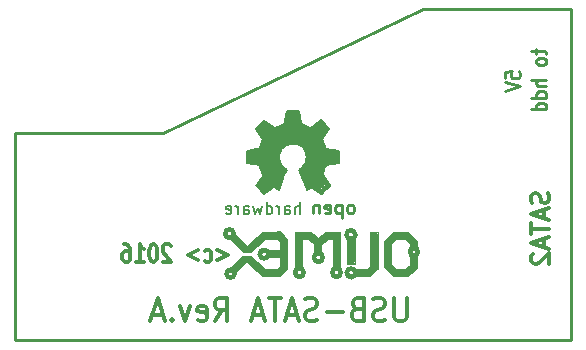
<source format=gbr>
G04 #@! TF.FileFunction,Legend,Bot*
%FSLAX46Y46*%
G04 Gerber Fmt 4.6, Leading zero omitted, Abs format (unit mm)*
G04 Created by KiCad (PCBNEW no-vcs-found-undefined) date Thu Oct 27 09:39:44 2016*
%MOMM*%
%LPD*%
G01*
G04 APERTURE LIST*
%ADD10C,0.600000*%
%ADD11C,0.300000*%
%ADD12C,0.275000*%
%ADD13C,0.254000*%
%ADD14C,0.400000*%
%ADD15C,0.700000*%
%ADD16C,0.500000*%
%ADD17C,0.100000*%
%ADD18C,0.420000*%
%ADD19C,0.370000*%
%ADD20C,0.380000*%
%ADD21C,0.150000*%
%ADD22C,1.000000*%
%ADD23C,0.180000*%
G04 APERTURE END LIST*
D10*
D11*
X147607142Y-50050000D02*
X147678571Y-50264285D01*
X147678571Y-50621428D01*
X147607142Y-50764285D01*
X147535714Y-50835714D01*
X147392857Y-50907142D01*
X147250000Y-50907142D01*
X147107142Y-50835714D01*
X147035714Y-50764285D01*
X146964285Y-50621428D01*
X146892857Y-50335714D01*
X146821428Y-50192857D01*
X146750000Y-50121428D01*
X146607142Y-50050000D01*
X146464285Y-50050000D01*
X146321428Y-50121428D01*
X146250000Y-50192857D01*
X146178571Y-50335714D01*
X146178571Y-50692857D01*
X146250000Y-50907142D01*
X147250000Y-51478571D02*
X147250000Y-52192857D01*
X147678571Y-51335714D02*
X146178571Y-51835714D01*
X147678571Y-52335714D01*
X146178571Y-52621428D02*
X146178571Y-53478571D01*
X147678571Y-53050000D02*
X146178571Y-53050000D01*
X147250000Y-53907142D02*
X147250000Y-54621428D01*
X147678571Y-53764285D02*
X146178571Y-54264285D01*
X147678571Y-54764285D01*
X146321428Y-55192857D02*
X146250000Y-55264285D01*
X146178571Y-55407142D01*
X146178571Y-55764285D01*
X146250000Y-55907142D01*
X146321428Y-55978571D01*
X146464285Y-56050000D01*
X146607142Y-56050000D01*
X146821428Y-55978571D01*
X147678571Y-55121428D01*
X147678571Y-56050000D01*
D12*
X143925595Y-40290476D02*
X143925595Y-39766666D01*
X144544642Y-39714285D01*
X144482738Y-39766666D01*
X144420833Y-39871428D01*
X144420833Y-40133333D01*
X144482738Y-40238095D01*
X144544642Y-40290476D01*
X144668452Y-40342857D01*
X144977976Y-40342857D01*
X145101785Y-40290476D01*
X145163690Y-40238095D01*
X145225595Y-40133333D01*
X145225595Y-39871428D01*
X145163690Y-39766666D01*
X145101785Y-39714285D01*
X143925595Y-40657142D02*
X145225595Y-41023809D01*
X143925595Y-41390476D01*
X146583928Y-37880952D02*
X146583928Y-38300000D01*
X146150595Y-38038095D02*
X147264880Y-38038095D01*
X147388690Y-38090476D01*
X147450595Y-38195238D01*
X147450595Y-38300000D01*
X147450595Y-38823809D02*
X147388690Y-38719047D01*
X147326785Y-38666666D01*
X147202976Y-38614285D01*
X146831547Y-38614285D01*
X146707738Y-38666666D01*
X146645833Y-38719047D01*
X146583928Y-38823809D01*
X146583928Y-38980952D01*
X146645833Y-39085714D01*
X146707738Y-39138095D01*
X146831547Y-39190476D01*
X147202976Y-39190476D01*
X147326785Y-39138095D01*
X147388690Y-39085714D01*
X147450595Y-38980952D01*
X147450595Y-38823809D01*
X147450595Y-40500000D02*
X146150595Y-40500000D01*
X147450595Y-40971428D02*
X146769642Y-40971428D01*
X146645833Y-40919047D01*
X146583928Y-40814285D01*
X146583928Y-40657142D01*
X146645833Y-40552380D01*
X146707738Y-40500000D01*
X147450595Y-41966666D02*
X146150595Y-41966666D01*
X147388690Y-41966666D02*
X147450595Y-41861904D01*
X147450595Y-41652380D01*
X147388690Y-41547619D01*
X147326785Y-41495238D01*
X147202976Y-41442857D01*
X146831547Y-41442857D01*
X146707738Y-41495238D01*
X146645833Y-41547619D01*
X146583928Y-41652380D01*
X146583928Y-41861904D01*
X146645833Y-41966666D01*
X147450595Y-42961904D02*
X146150595Y-42961904D01*
X147388690Y-42961904D02*
X147450595Y-42857142D01*
X147450595Y-42647619D01*
X147388690Y-42542857D01*
X147326785Y-42490476D01*
X147202976Y-42438095D01*
X146831547Y-42438095D01*
X146707738Y-42490476D01*
X146645833Y-42542857D01*
X146583928Y-42647619D01*
X146583928Y-42857142D01*
X146645833Y-42961904D01*
D11*
X135614285Y-58904761D02*
X135614285Y-60523809D01*
X135528571Y-60714285D01*
X135442857Y-60809523D01*
X135271428Y-60904761D01*
X134928571Y-60904761D01*
X134757142Y-60809523D01*
X134671428Y-60714285D01*
X134585714Y-60523809D01*
X134585714Y-58904761D01*
X133814285Y-60809523D02*
X133557142Y-60904761D01*
X133128571Y-60904761D01*
X132957142Y-60809523D01*
X132871428Y-60714285D01*
X132785714Y-60523809D01*
X132785714Y-60333333D01*
X132871428Y-60142857D01*
X132957142Y-60047619D01*
X133128571Y-59952380D01*
X133471428Y-59857142D01*
X133642857Y-59761904D01*
X133728571Y-59666666D01*
X133814285Y-59476190D01*
X133814285Y-59285714D01*
X133728571Y-59095238D01*
X133642857Y-59000000D01*
X133471428Y-58904761D01*
X133042857Y-58904761D01*
X132785714Y-59000000D01*
X131414285Y-59857142D02*
X131157142Y-59952380D01*
X131071428Y-60047619D01*
X130985714Y-60238095D01*
X130985714Y-60523809D01*
X131071428Y-60714285D01*
X131157142Y-60809523D01*
X131328571Y-60904761D01*
X132014285Y-60904761D01*
X132014285Y-58904761D01*
X131414285Y-58904761D01*
X131242857Y-59000000D01*
X131157142Y-59095238D01*
X131071428Y-59285714D01*
X131071428Y-59476190D01*
X131157142Y-59666666D01*
X131242857Y-59761904D01*
X131414285Y-59857142D01*
X132014285Y-59857142D01*
X130214285Y-60142857D02*
X128842857Y-60142857D01*
X128071428Y-60809523D02*
X127814285Y-60904761D01*
X127385714Y-60904761D01*
X127214285Y-60809523D01*
X127128571Y-60714285D01*
X127042857Y-60523809D01*
X127042857Y-60333333D01*
X127128571Y-60142857D01*
X127214285Y-60047619D01*
X127385714Y-59952380D01*
X127728571Y-59857142D01*
X127900000Y-59761904D01*
X127985714Y-59666666D01*
X128071428Y-59476190D01*
X128071428Y-59285714D01*
X127985714Y-59095238D01*
X127900000Y-59000000D01*
X127728571Y-58904761D01*
X127300000Y-58904761D01*
X127042857Y-59000000D01*
X126357142Y-60333333D02*
X125500000Y-60333333D01*
X126528571Y-60904761D02*
X125928571Y-58904761D01*
X125328571Y-60904761D01*
X124985714Y-58904761D02*
X123957142Y-58904761D01*
X124471428Y-60904761D02*
X124471428Y-58904761D01*
X123442857Y-60333333D02*
X122585714Y-60333333D01*
X123614285Y-60904761D02*
X123014285Y-58904761D01*
X122414285Y-60904761D01*
X119414285Y-60904761D02*
X120014285Y-59952380D01*
X120442857Y-60904761D02*
X120442857Y-58904761D01*
X119757142Y-58904761D01*
X119585714Y-59000000D01*
X119500000Y-59095238D01*
X119414285Y-59285714D01*
X119414285Y-59571428D01*
X119500000Y-59761904D01*
X119585714Y-59857142D01*
X119757142Y-59952380D01*
X120442857Y-59952380D01*
X117957142Y-60809523D02*
X118128571Y-60904761D01*
X118471428Y-60904761D01*
X118642857Y-60809523D01*
X118728571Y-60619047D01*
X118728571Y-59857142D01*
X118642857Y-59666666D01*
X118471428Y-59571428D01*
X118128571Y-59571428D01*
X117957142Y-59666666D01*
X117871428Y-59857142D01*
X117871428Y-60047619D01*
X118728571Y-60238095D01*
X117271428Y-59571428D02*
X116842857Y-60904761D01*
X116414285Y-59571428D01*
X115728571Y-60714285D02*
X115642857Y-60809523D01*
X115728571Y-60904761D01*
X115814285Y-60809523D01*
X115728571Y-60714285D01*
X115728571Y-60904761D01*
X114957142Y-60333333D02*
X114100000Y-60333333D01*
X115128571Y-60904761D02*
X114528571Y-58904761D01*
X113928571Y-60904761D01*
X119592857Y-54878571D02*
X120507142Y-55307142D01*
X119592857Y-55735714D01*
X118507142Y-55807142D02*
X118621428Y-55878571D01*
X118850000Y-55878571D01*
X118964285Y-55807142D01*
X119021428Y-55735714D01*
X119078571Y-55592857D01*
X119078571Y-55164285D01*
X119021428Y-55021428D01*
X118964285Y-54950000D01*
X118850000Y-54878571D01*
X118621428Y-54878571D01*
X118507142Y-54950000D01*
X117992857Y-54878571D02*
X117078571Y-55307142D01*
X117992857Y-55735714D01*
X115650000Y-54521428D02*
X115592857Y-54450000D01*
X115478571Y-54378571D01*
X115192857Y-54378571D01*
X115078571Y-54450000D01*
X115021428Y-54521428D01*
X114964285Y-54664285D01*
X114964285Y-54807142D01*
X115021428Y-55021428D01*
X115707142Y-55878571D01*
X114964285Y-55878571D01*
X114221428Y-54378571D02*
X114107142Y-54378571D01*
X113992857Y-54450000D01*
X113935714Y-54521428D01*
X113878571Y-54664285D01*
X113821428Y-54950000D01*
X113821428Y-55307142D01*
X113878571Y-55592857D01*
X113935714Y-55735714D01*
X113992857Y-55807142D01*
X114107142Y-55878571D01*
X114221428Y-55878571D01*
X114335714Y-55807142D01*
X114392857Y-55735714D01*
X114450000Y-55592857D01*
X114507142Y-55307142D01*
X114507142Y-54950000D01*
X114450000Y-54664285D01*
X114392857Y-54521428D01*
X114335714Y-54450000D01*
X114221428Y-54378571D01*
X112678571Y-55878571D02*
X113364285Y-55878571D01*
X113021428Y-55878571D02*
X113021428Y-54378571D01*
X113135714Y-54592857D01*
X113250000Y-54735714D01*
X113364285Y-54807142D01*
X111650000Y-54378571D02*
X111878571Y-54378571D01*
X111992857Y-54450000D01*
X112050000Y-54521428D01*
X112164285Y-54735714D01*
X112221428Y-55021428D01*
X112221428Y-55592857D01*
X112164285Y-55735714D01*
X112107142Y-55807142D01*
X111992857Y-55878571D01*
X111764285Y-55878571D01*
X111650000Y-55807142D01*
X111592857Y-55735714D01*
X111535714Y-55592857D01*
X111535714Y-55235714D01*
X111592857Y-55092857D01*
X111650000Y-55021428D01*
X111764285Y-54950000D01*
X111992857Y-54950000D01*
X112107142Y-55021428D01*
X112164285Y-55092857D01*
X112221428Y-55235714D01*
D13*
X137000000Y-34500000D02*
X149500000Y-34500000D01*
X115000000Y-45000000D02*
X137000000Y-34500000D01*
X102500000Y-45000000D02*
X115000000Y-45000000D01*
X102500000Y-62500000D02*
X102500000Y-45000000D01*
X149500000Y-62500000D02*
X149500000Y-34500000D01*
X102500000Y-62500000D02*
X149500000Y-62500000D01*
D14*
X136575747Y-55023000D02*
G75*
G03X136575747Y-55023000I-337447J0D01*
G01*
D15*
X136251000Y-54248300D02*
X135743000Y-53740300D01*
X134650800Y-53664100D02*
X134015800Y-54273700D01*
X134041200Y-56229500D02*
X134600000Y-56813700D01*
X132415600Y-56826400D02*
X132872800Y-56369200D01*
X131429800Y-56826400D02*
X132415600Y-56826400D01*
D14*
X131283324Y-56801000D02*
G75*
G03X131283324Y-56801000I-366324J0D01*
G01*
D15*
X130917000Y-54108600D02*
X130917000Y-55708800D01*
D14*
X131277818Y-53575200D02*
G75*
G03X131277818Y-53575200I-373518J0D01*
G01*
X130044759Y-56775600D02*
G75*
G03X130044759Y-56775600I-359659J0D01*
G01*
D15*
X129697800Y-56267600D02*
X129697800Y-53676800D01*
X129697800Y-53676800D02*
X128859600Y-53676800D01*
X128859600Y-53676800D02*
X128250000Y-54184800D01*
X128148400Y-54972200D02*
X128148400Y-54261000D01*
X128072200Y-54184800D02*
X127437200Y-53676800D01*
D14*
X128519318Y-55505600D02*
G75*
G03X128519318Y-55505600I-370918J0D01*
G01*
D15*
X127437200Y-53676800D02*
X126548200Y-53676800D01*
D14*
X126898729Y-56788300D02*
G75*
G03X126898729Y-56788300I-363229J0D01*
G01*
X121035666Y-56877200D02*
G75*
G03X121035666Y-56877200I-329466J0D01*
G01*
D15*
X121036400Y-56521600D02*
X121874600Y-55708800D01*
D16*
X122382600Y-55607200D02*
X121849200Y-55607200D01*
D15*
X123525600Y-56826400D02*
X122382600Y-55708800D01*
X124846400Y-56826400D02*
X123525600Y-56826400D01*
X125278200Y-56394600D02*
X124846400Y-56826400D01*
X125278200Y-54159400D02*
X125278200Y-56394600D01*
X125278200Y-54134000D02*
X124795600Y-53626000D01*
X124747500Y-53651400D02*
X123525600Y-53651400D01*
X123525600Y-53651400D02*
X122433400Y-54718200D01*
D16*
X122408000Y-54832500D02*
X121849200Y-54832500D01*
D15*
X120985600Y-53841900D02*
X121849200Y-54735600D01*
D14*
X120976735Y-53486300D02*
G75*
G03X120976735Y-53486300I-359435J0D01*
G01*
D15*
X124059000Y-55226200D02*
X125278200Y-55226200D01*
D14*
X123910659Y-55226200D02*
G75*
G03X123910659Y-55226200I-359659J0D01*
G01*
D15*
X135679500Y-56839100D02*
X134638100Y-56839100D01*
X136238300Y-56280300D02*
X136238300Y-55518300D01*
X136251000Y-56267600D02*
X135666800Y-56839100D01*
X136251000Y-54299100D02*
X136251000Y-54540400D01*
X134028500Y-54261000D02*
X134028500Y-56191400D01*
X134650800Y-53651400D02*
X135654100Y-53651400D01*
X126535500Y-53664100D02*
X126535500Y-56267600D01*
X132872800Y-56381900D02*
X132872800Y-53651400D01*
D17*
X132872800Y-53308500D02*
X133152200Y-53308500D01*
X133177600Y-53308500D02*
X133177600Y-56458100D01*
X133164900Y-53308500D02*
X133177600Y-53308500D01*
X133152200Y-53308500D02*
X133164900Y-53308500D01*
X133037900Y-53397400D02*
X133101400Y-53384700D01*
X132555300Y-53308500D02*
X132555300Y-56343800D01*
X132860100Y-53308500D02*
X132555300Y-53308500D01*
X132733100Y-53384700D02*
X132618800Y-53384700D01*
X131234500Y-53994300D02*
X131234500Y-56013600D01*
X130599500Y-56013600D02*
X130599500Y-53994300D01*
X130624900Y-56013600D02*
X130599500Y-56013600D01*
X131234500Y-56013600D02*
X130624900Y-56013600D01*
X131094800Y-55950100D02*
X131158300Y-55950100D01*
X130751900Y-55950100D02*
X130663000Y-55950100D01*
X130015300Y-56356500D02*
X130015300Y-53372000D01*
X128770700Y-53359300D02*
X128186500Y-53841900D01*
X130015300Y-53359300D02*
X128770700Y-53359300D01*
X129862900Y-53422800D02*
X129939100Y-53422800D01*
X126205300Y-56381900D02*
X126205300Y-53372000D01*
X127526100Y-53359300D02*
X128148400Y-53854600D01*
X127500700Y-53359300D02*
X127526100Y-53359300D01*
X126205300Y-53359300D02*
X127500700Y-53359300D01*
X126205300Y-53372000D02*
X126205300Y-53359300D01*
X126357700Y-53435500D02*
X126256100Y-53435500D01*
X123411300Y-53321200D02*
X122154000Y-54565800D01*
X123462100Y-53321200D02*
X123411300Y-53321200D01*
X124833700Y-53321200D02*
X123462100Y-53321200D01*
D18*
X127226820Y-49561260D02*
X126675640Y-48138860D01*
D19*
X127572260Y-49375840D02*
X127254760Y-49581580D01*
D14*
X128362200Y-49924480D02*
X127582420Y-49393620D01*
D20*
X128938780Y-49386000D02*
X128374900Y-49924480D01*
D19*
X128923540Y-49386000D02*
X128390140Y-48552880D01*
X128748280Y-47625780D02*
X128390140Y-48509700D01*
X129726180Y-47384480D02*
X128776220Y-47602920D01*
D20*
X129716020Y-46607240D02*
X129721100Y-47394640D01*
D19*
X129728720Y-46594540D02*
X128710180Y-46414200D01*
X128679700Y-46378640D02*
X128331720Y-45512500D01*
X128908300Y-44610800D02*
X128352040Y-45461700D01*
D20*
X128918460Y-44587940D02*
X128418080Y-44054540D01*
D19*
X128369820Y-44029140D02*
X127541780Y-44681920D01*
X127480820Y-44671760D02*
X126635000Y-44265360D01*
X126375920Y-43231580D02*
X126581660Y-44245040D01*
X126383540Y-43218880D02*
X125598680Y-43218880D01*
X125616460Y-43239200D02*
X125403100Y-44257740D01*
X125403100Y-44257740D02*
X124501400Y-44707320D01*
X124488700Y-44702240D02*
X123584460Y-44067800D01*
X123584460Y-44069780D02*
X123030740Y-44615880D01*
X123030740Y-44618420D02*
X123647960Y-45408360D01*
X123647960Y-45408360D02*
X123307600Y-46345620D01*
X123307600Y-46345620D02*
X122225560Y-46574220D01*
X122225560Y-46574220D02*
X122225560Y-47409880D01*
X122225560Y-47409880D02*
X123239020Y-47580060D01*
X123239020Y-47580060D02*
X123645420Y-48491920D01*
X123594620Y-49939720D02*
X124430280Y-49373300D01*
X124430280Y-49373300D02*
X124768100Y-49558720D01*
X124768100Y-49558720D02*
X125342140Y-48118540D01*
X125331980Y-48116000D02*
G75*
G02X124961140Y-46251640I746760J1117600D01*
G01*
X124950980Y-46266880D02*
G75*
G02X126876300Y-46068760I1061720J-863600D01*
G01*
X126901700Y-46094160D02*
G75*
G02X126825500Y-47948360I-965200J-889000D01*
G01*
X123645420Y-48491920D02*
X123025660Y-49378380D01*
X123579380Y-49932100D02*
X123025660Y-49386000D01*
D21*
X127145540Y-49741600D02*
X126495300Y-48072820D01*
X127529080Y-49538400D02*
X127183640Y-49759380D01*
X127541780Y-49528240D02*
X128367280Y-50092120D01*
X128374900Y-50099740D02*
X129096260Y-49406320D01*
X129103880Y-49403780D02*
X128506980Y-48540180D01*
X129865880Y-47496240D02*
X128794000Y-47691820D01*
X129865880Y-46503100D02*
X129865880Y-47488620D01*
X129868420Y-46500560D02*
X128697480Y-46297360D01*
X128799080Y-46302440D02*
X128463800Y-45469320D01*
X129060700Y-44618420D02*
X128466340Y-45471860D01*
X129081020Y-44582860D02*
X128407920Y-43869120D01*
X128395220Y-43866580D02*
X127424940Y-44582860D01*
X127460500Y-44514280D02*
X126556260Y-44135820D01*
X126472440Y-43119820D02*
X126673100Y-44145980D01*
X126462280Y-43112200D02*
X125497080Y-43112200D01*
X125497080Y-43112200D02*
X125271020Y-44283140D01*
X125281180Y-44201860D02*
X124476000Y-44539680D01*
X124595380Y-44587940D02*
X123584460Y-43914840D01*
X123579380Y-43912300D02*
X122885960Y-44603180D01*
X122880880Y-44610800D02*
X123584460Y-45601400D01*
X123495560Y-45492180D02*
X123129800Y-46360860D01*
X122192540Y-47262560D02*
X123299980Y-47486080D01*
X122108720Y-46520880D02*
X122111260Y-47478460D01*
X123246640Y-47709600D02*
X122123960Y-47498780D01*
X123142500Y-47676580D02*
X123523500Y-48657020D01*
X123175520Y-49312340D02*
X123660660Y-49843200D01*
X123571760Y-50087040D02*
X122888500Y-49396160D01*
X124458220Y-49472360D02*
X123581920Y-50092120D01*
X123594620Y-49777160D02*
X124415040Y-49248840D01*
X124277880Y-49444420D02*
X124806200Y-49772080D01*
X124806200Y-49772080D02*
X125192280Y-48791640D01*
X125197360Y-48093140D02*
X124669040Y-49474900D01*
X129573780Y-46691060D02*
X129573780Y-47341300D01*
X129716020Y-46746940D02*
X128600960Y-46500560D01*
X128186940Y-45479480D02*
X128573020Y-46477700D01*
X128181860Y-45484560D02*
X128783840Y-44575240D01*
X128425700Y-44130740D02*
X127541780Y-44852100D01*
X125154180Y-48151560D02*
X124976380Y-48029640D01*
X124976380Y-48029640D02*
X124600460Y-47318440D01*
X124600460Y-47318440D02*
X124600460Y-46800280D01*
X124595380Y-46812980D02*
X124829060Y-46139880D01*
X124829060Y-46139880D02*
X125339600Y-45710620D01*
X125339600Y-45710620D02*
X126154940Y-45550600D01*
X126154940Y-45542980D02*
X127026160Y-45972240D01*
X127026160Y-45972240D02*
X127445260Y-46703760D01*
X127450340Y-46708840D02*
X127318260Y-47531800D01*
X127313180Y-47562280D02*
X127219200Y-47732460D01*
X127313180Y-47562280D02*
X127219200Y-47732460D01*
X127089660Y-47783260D02*
X126830580Y-48121080D01*
X126721360Y-47897560D02*
X126495300Y-48072820D01*
X125220220Y-47900100D02*
X125474220Y-48065200D01*
X125357380Y-48354760D02*
X125479300Y-48070280D01*
X127536700Y-44849560D02*
X126553720Y-44356800D01*
X127206500Y-47762940D02*
X126899160Y-48029640D01*
D22*
X128222500Y-49192960D02*
X127369060Y-48171880D01*
X129258820Y-46988240D02*
X127841500Y-46927280D01*
X128273300Y-44702240D02*
X127211580Y-45809680D01*
X126012700Y-43726880D02*
X126007620Y-45240720D01*
X123747020Y-44783520D02*
X124859540Y-45850320D01*
X122756420Y-46967920D02*
X124224540Y-47054280D01*
X127546860Y-49020240D02*
X127181100Y-48258240D01*
X128212340Y-48121080D02*
X127648460Y-47641020D01*
X128461260Y-47475920D02*
X127755140Y-47348920D01*
X128136140Y-46231320D02*
X127694180Y-46391340D01*
X127960880Y-45751260D02*
X127503680Y-46040820D01*
X126962660Y-44974020D02*
X126787400Y-45332160D01*
X126528320Y-44714940D02*
X126360680Y-45324540D01*
X125263400Y-44730180D02*
X125484380Y-45415980D01*
X124676660Y-44981640D02*
X125095760Y-45568380D01*
X123807980Y-45850320D02*
X124463300Y-46216080D01*
X123566680Y-46543740D02*
X124288040Y-46691060D01*
X124402340Y-47701980D02*
X123792740Y-47808660D01*
X124722380Y-48121080D02*
X124105160Y-48448740D01*
X124836680Y-48258240D02*
X123655580Y-49271700D01*
X124836680Y-48166800D02*
X124503940Y-48898320D01*
D13*
X130946298Y-51773379D02*
X131051060Y-51720998D01*
X131103440Y-51668617D01*
X131155821Y-51563855D01*
X131155821Y-51249569D01*
X131103440Y-51144807D01*
X131051060Y-51092426D01*
X130946298Y-51040045D01*
X130789155Y-51040045D01*
X130684393Y-51092426D01*
X130632012Y-51144807D01*
X130579631Y-51249569D01*
X130579631Y-51563855D01*
X130632012Y-51668617D01*
X130684393Y-51720998D01*
X130789155Y-51773379D01*
X130946298Y-51773379D01*
X130108202Y-51040045D02*
X130108202Y-52140045D01*
X130108202Y-51092426D02*
X130003440Y-51040045D01*
X129793917Y-51040045D01*
X129689155Y-51092426D01*
X129636774Y-51144807D01*
X129584393Y-51249569D01*
X129584393Y-51563855D01*
X129636774Y-51668617D01*
X129689155Y-51720998D01*
X129793917Y-51773379D01*
X130003440Y-51773379D01*
X130108202Y-51720998D01*
X128693917Y-51720998D02*
X128798679Y-51773379D01*
X129008202Y-51773379D01*
X129112964Y-51720998D01*
X129165345Y-51616236D01*
X129165345Y-51197188D01*
X129112964Y-51092426D01*
X129008202Y-51040045D01*
X128798679Y-51040045D01*
X128693917Y-51092426D01*
X128641536Y-51197188D01*
X128641536Y-51301950D01*
X129165345Y-51406712D01*
X128170107Y-51040045D02*
X128170107Y-51773379D01*
X128170107Y-51144807D02*
X128117726Y-51092426D01*
X128012964Y-51040045D01*
X127855821Y-51040045D01*
X127751060Y-51092426D01*
X127698679Y-51197188D01*
X127698679Y-51773379D01*
D23*
X126630797Y-51819580D02*
X126630797Y-50819580D01*
X126202225Y-51819580D02*
X126202225Y-51295771D01*
X126249844Y-51200533D01*
X126345082Y-51152914D01*
X126487940Y-51152914D01*
X126583178Y-51200533D01*
X126630797Y-51248152D01*
X125297463Y-51819580D02*
X125297463Y-51295771D01*
X125345082Y-51200533D01*
X125440320Y-51152914D01*
X125630797Y-51152914D01*
X125726035Y-51200533D01*
X125297463Y-51771961D02*
X125392701Y-51819580D01*
X125630797Y-51819580D01*
X125726035Y-51771961D01*
X125773654Y-51676723D01*
X125773654Y-51581485D01*
X125726035Y-51486247D01*
X125630797Y-51438628D01*
X125392701Y-51438628D01*
X125297463Y-51391009D01*
X124821273Y-51819580D02*
X124821273Y-51152914D01*
X124821273Y-51343390D02*
X124773654Y-51248152D01*
X124726035Y-51200533D01*
X124630797Y-51152914D01*
X124535559Y-51152914D01*
X123773654Y-51819580D02*
X123773654Y-50819580D01*
X123773654Y-51771961D02*
X123868892Y-51819580D01*
X124059368Y-51819580D01*
X124154606Y-51771961D01*
X124202225Y-51724342D01*
X124249844Y-51629104D01*
X124249844Y-51343390D01*
X124202225Y-51248152D01*
X124154606Y-51200533D01*
X124059368Y-51152914D01*
X123868892Y-51152914D01*
X123773654Y-51200533D01*
X123392701Y-51152914D02*
X123202225Y-51819580D01*
X123011749Y-51343390D01*
X122821273Y-51819580D01*
X122630797Y-51152914D01*
X121821273Y-51819580D02*
X121821273Y-51295771D01*
X121868892Y-51200533D01*
X121964130Y-51152914D01*
X122154606Y-51152914D01*
X122249844Y-51200533D01*
X121821273Y-51771961D02*
X121916511Y-51819580D01*
X122154606Y-51819580D01*
X122249844Y-51771961D01*
X122297463Y-51676723D01*
X122297463Y-51581485D01*
X122249844Y-51486247D01*
X122154606Y-51438628D01*
X121916511Y-51438628D01*
X121821273Y-51391009D01*
X121345082Y-51819580D02*
X121345082Y-51152914D01*
X121345082Y-51343390D02*
X121297463Y-51248152D01*
X121249844Y-51200533D01*
X121154606Y-51152914D01*
X121059368Y-51152914D01*
X120345082Y-51771961D02*
X120440320Y-51819580D01*
X120630797Y-51819580D01*
X120726035Y-51771961D01*
X120773654Y-51676723D01*
X120773654Y-51295771D01*
X120726035Y-51200533D01*
X120630797Y-51152914D01*
X120440320Y-51152914D01*
X120345082Y-51200533D01*
X120297463Y-51295771D01*
X120297463Y-51391009D01*
X120773654Y-51486247D01*
M02*

</source>
